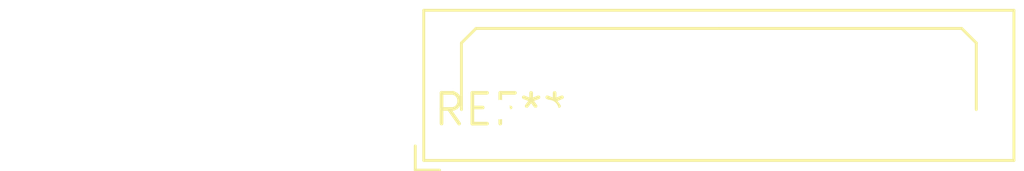
<source format=kicad_pcb>
(kicad_pcb (version 20240108) (generator pcbnew)
  (layers (0 "F.Cu" signal) (31 "B.Cu" signal) (34 "B.Paste" user) (35 "F.Paste" user) (36 "B.SilkS" user "B.Silkscreen") (37 "F.SilkS" user "F.Silkscreen") (38 "B.Mask" user) (39 "F.Mask" user) (44 "Edge.Cuts" user))
  (net 0 "")
  (footprint "Harwin_LTek-Male_2x10_P2.00mm_Vertical" (layer "F.Cu") (at 0 0)
    (property "Reference" "REF**")
    (property "Value" "Harwin_LTek-Male_2x10_P2.00mm_Vertical")
    (fp_line (start -3.5 1.5) (end -3.5 2.5) (layer "F.SilkS") (stroke (width 0.12)))
    (fp_line (start -3.5 2.5) (end -2.5 2.5) (layer "F.SilkS") (stroke (width 0.12)))
    (fp_line (start -3.15 -4.1) (end -3.15 2.1) (layer "F.SilkS") (stroke (width 0.12)))
    (fp_line (start -3.15 2.1) (end 21.15 2.1) (layer "F.SilkS") (stroke (width 0.12)))
    (fp_line (start -1.6 -2.75) (end -1 -3.35) (layer "F.SilkS") (stroke (width 0.12)))
    (fp_line (start -1.6 0) (end -1.6 -2.75) (layer "F.SilkS") (stroke (width 0.12)))
    (fp_line (start -1 -3.35) (end 9 -3.35) (layer "F.SilkS") (stroke (width 0.12)))
    (fp_line (start 19 -3.35) (end 9 -3.35) (layer "F.SilkS") (stroke (width 0.12)))
    (fp_line (start 19.6 -2.75) (end 19 -3.35) (layer "F.SilkS") (stroke (width 0.12)))
    (fp_line (start 19.6 0) (end 19.6 -2.75) (layer "F.SilkS") (stroke (width 0.12)))
    (fp_line (start 21.15 -4.1) (end -3.15 -4.1) (layer "F.SilkS") (stroke (width 0.12)))
    (fp_line (start 21.15 2.1) (end 21.15 -4.1) (layer "F.SilkS") (stroke (width 0.12)))
    (pad "1" thru_hole rect (at 0 0) (size 1.35 1.35) (drill 0.8) (layers *.Cu *.Mask) (remove_unused_layers))
    (pad "2" thru_hole circle (at 0 -2) (size 1.35 1.35) (drill 0.8) (layers *.Cu *.Mask) (remove_unused_layers))
    (pad "3" thru_hole circle (at 2 0) (size 1.35 1.35) (drill 0.8) (layers *.Cu *.Mask) (remove_unused_layers))
    (pad "4" thru_hole circle (at 2 -2) (size 1.35 1.35) (drill 0.8) (layers *.Cu *.Mask) (remove_unused_layers))
    (pad "5" thru_hole circle (at 4 0) (size 1.35 1.35) (drill 0.8) (layers *.Cu *.Mask) (remove_unused_layers))
    (pad "6" thru_hole circle (at 4 -2) (size 1.35 1.35) (drill 0.8) (layers *.Cu *.Mask) (remove_unused_layers))
    (pad "7" thru_hole circle (at 6 0) (size 1.35 1.35) (drill 0.8) (layers *.Cu *.Mask) (remove_unused_layers))
    (pad "8" thru_hole circle (at 6 -2) (size 1.35 1.35) (drill 0.8) (layers *.Cu *.Mask) (remove_unused_layers))
    (pad "9" thru_hole circle (at 8 0) (size 1.35 1.35) (drill 0.8) (layers *.Cu *.Mask) (remove_unused_layers))
    (pad "10" thru_hole circle (at 8 -2) (size 1.35 1.35) (drill 0.8) (layers *.Cu *.Mask) (remove_unused_layers))
    (pad "11" thru_hole circle (at 10 0) (size 1.35 1.35) (drill 0.8) (layers *.Cu *.Mask) (remove_unused_layers))
    (pad "12" thru_hole circle (at 10 -2) (size 1.35 1.35) (drill 0.8) (layers *.Cu *.Mask) (remove_unused_layers))
    (pad "13" thru_hole circle (at 12 0) (size 1.35 1.35) (drill 0.8) (layers *.Cu *.Mask) (remove_unused_layers))
    (pad "14" thru_hole circle (at 12 -2) (size 1.35 1.35) (drill 0.8) (layers *.Cu *.Mask) (remove_unused_layers))
    (pad "15" thru_hole circle (at 14 0) (size 1.35 1.35) (drill 0.8) (layers *.Cu *.Mask) (remove_unused_layers))
    (pad "16" thru_hole circle (at 14 -2) (size 1.35 1.35) (drill 0.8) (layers *.Cu *.Mask) (remove_unused_layers))
    (pad "17" thru_hole circle (at 16 0) (size 1.35 1.35) (drill 0.8) (layers *.Cu *.Mask) (remove_unused_layers))
    (pad "18" thru_hole circle (at 16 -2) (size 1.35 1.35) (drill 0.8) (layers *.Cu *.Mask) (remove_unused_layers))
    (pad "19" thru_hole circle (at 18 0) (size 1.35 1.35) (drill 0.8) (layers *.Cu *.Mask) (remove_unused_layers))
    (pad "20" thru_hole circle (at 18 -2) (size 1.35 1.35) (drill 0.8) (layers *.Cu *.Mask) (remove_unused_layers))
  )
)
</source>
